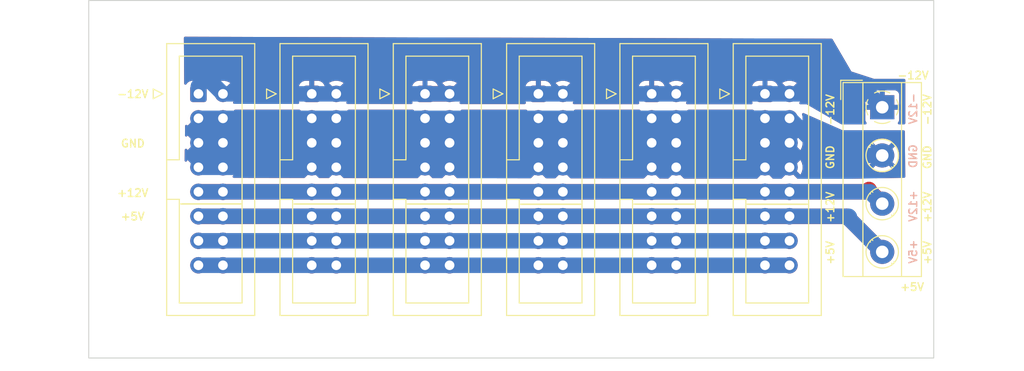
<source format=kicad_pcb>
(kicad_pcb (version 20211014) (generator pcbnew)
  (layers (0 "F.Cu" signal) (31 "B.Cu" signal) (34 "B.Paste" user) (35 "F.Paste" user) (36 "B.SilkS" user "B.Silkscreen") (37 "F.SilkS" user "F.Silkscreen") (38 "B.Mask" user) (39 "F.Mask" user) (44 "Edge.Cuts" user))
  (net 0 "")
  (net 1 "-12V")
  (net 2 "GND")
  (net 3 "+12V")
  (net 4 "+5V")
  (net 5 "Net-(J2-Pad15)")
  (net 6 "Net-(J2-Pad13)")
  (footprint "Connector_IDC:IDC-Header_2x08_P2.54mm_Vertical" (layer "F.Cu") (at 40.6752 63.9904)
    (fp_text reference "J4" hide)
    (fp_text value "Conn_02x08_Odd_Even")
    (fp_line (start 5.83 -5.21) (end 5.83 22.99) (layer "F.SilkS") (width 0.12))
    (fp_line (start -1.98 6.84) (end -1.98 -3.91) (layer "F.SilkS") (width 0.12))
    (fp_line (start -4.68 -0.5) (end -4.68 0.5) (layer "F.SilkS") (width 0.12))
    (fp_line (start -3.29 -5.21) (end 5.83 -5.21) (layer "F.SilkS") (width 0.12))
    (fp_line (start -1.98 10.94) (end -3.29 10.94) (layer "F.SilkS") (width 0.12))
    (fp_line (start 5.83 22.99) (end -3.29 22.99) (layer "F.SilkS") (width 0.12))
    (fp_line (start 4.52 -3.91) (end 4.52 21.69) (layer "F.SilkS") (width 0.12))
    (fp_line (start -3.29 6.84) (end -1.98 6.84) (layer "F.SilkS") (width 0.12))
    (fp_line (start -1.98 -3.91) (end 4.52 -3.91) (layer "F.SilkS") (width 0.12))
    (fp_line (start -3.29 22.99) (end -3.29 -5.21) (layer "F.SilkS") (width 0.12))
    (fp_line (start -4.68 0.5) (end -3.68 0) (layer "F.SilkS") (width 0.12))
    (fp_line (start -1.98 21.69) (end -1.98 10.94) (layer "F.SilkS") (width 0.12))
    (fp_line (start -3.68 0) (end -4.68 -0.5) (layer "F.SilkS") (width 0.12))
    (fp_line (start 4.52 21.69) (end -1.98 21.69) (layer "F.SilkS") (width 0.12))
    (fp_line (start -1.98 10.94) (end -1.98 10.94) (layer "F.SilkS") (width 0.12))
    (pad "1" thru_hole roundrect (at 0 0) (size 1.7 1.7) (drill 1) (layers *.Cu *.Mask) (roundrect_rratio 0.147059) (net 1 "-12V"))
    (pad "2" thru_hole circle (at 2.54 0) (size 1.7 1.7) (drill 1) (layers *.Cu *.Mask) (net 1 "-12V"))
    (pad "3" thru_hole circle (at 0 2.54) (size 1.7 1.7) (drill 1) (layers *.Cu *.Mask) (net 2 "GND"))
    (pad "4" thru_hole circle (at 2.54 2.54) (size 1.7 1.7) (drill 1) (layers *.Cu *.Mask) (net 2 "GND"))
    (pad "5" thru_hole circle (at 0 5.08) (size 1.7 1.7) (drill 1) (layers *.Cu *.Mask) (net 2 "GND"))
    (pad "6" thru_hole circle (at 2.54 5.08) (size 1.7 1.7) (drill 1) (layers *.Cu *.Mask) (net 2 "GND"))
    (pad "7" thru_hole circle (at 0 7.62) (size 1.7 1.7) (drill 1) (layers *.Cu *.Mask) (net 2 "GND"))
    (pad "8" thru_hole circle (at 2.54 7.62) (size 1.7 1.7) (drill 1) (layers *.Cu *.Mask) (net 2 "GND"))
    (pad "9" thru_hole circle (at 0 10.16) (size 1.7 1.7) (drill 1) (layers *.Cu *.Mask) (net 3 "+12V"))
    (pad "10" thru_hole circle (at 2.54 10.16) (size 1.7 1.7) (drill 1) (layers *.Cu *.Mask) (net 3 "+12V"))
    (pad "11" thru_hole circle (at 0 12.7) (size 1.7 1.7) (drill 1) (layers *.Cu *.Mask) (net 4 "+5V"))
    (pad "12" thru_hole circle (at 2.54 12.7) (size 1.7 1.7) (drill 1) (layers *.Cu *.Mask) (net 4 "+5V"))
    (pad "13" thru_hole circle (at 0 15.24) (size 1.7 1.7) (drill 1) (layers *.Cu *.Mask) (net 6 "Net-(J2-Pad13)"))
    (pad "14" thru_hole circle (at 2.54 15.24) (size 1.7 1.7) (drill 1) (layers *.Cu *.Mask) (net 6 "Net-(J2-Pad13)"))
    (pad "15" thru_hole circle (at 0 17.78) (size 1.7 1.7) (drill 1) (layers *.Cu *.Mask) (net 5 "Net-(J2-Pad15)"))
    (pad "16" thru_hole circle (at 2.54 17.78) (size 1.7 1.7) (drill 1) (layers *.Cu *.Mask) (net 5 "Net-(J2-Pad15)"))
  )
  (footprint "Library:MountingHole_3.2mm_M3_NoCourt" (layer "F.Cu") (at 32.96 87.73)
    (fp_text reference "REF**" hide)
    (fp_text value "MountingHole_3.2mm_M3_NoCourt")
    (pad "" np_thru_hole circle (at 0 0) (size 3.2 3.2) (drill 3.2) (layers *.Cu *.Mask))
  )
  (footprint "Connector_IDC:IDC-Header_2x08_P2.54mm_Vertical" (layer "F.Cu") (at 75.88692 63.9904)
    (fp_text reference "J6" hide)
    (fp_text value "Conn_02x08_Odd_Even")
    (fp_line (start -4.68 0.5) (end -3.68 0) (layer "F.SilkS") (width 0.12))
    (fp_line (start 4.52 -3.91) (end 4.52 21.69) (layer "F.SilkS") (width 0.12))
    (fp_line (start -1.98 21.69) (end -1.98 10.94) (layer "F.SilkS") (width 0.12))
    (fp_line (start -1.98 10.94) (end -3.29 10.94) (layer "F.SilkS") (width 0.12))
    (fp_line (start -3.29 -5.21) (end 5.83 -5.21) (layer "F.SilkS") (width 0.12))
    (fp_line (start -3.29 22.99) (end -3.29 -5.21) (layer "F.SilkS") (width 0.12))
    (fp_line (start -3.29 6.84) (end -1.98 6.84) (layer "F.SilkS") (width 0.12))
    (fp_line (start -1.98 -3.91) (end 4.52 -3.91) (layer "F.SilkS") (width 0.12))
    (fp_line (start -4.68 -0.5) (end -4.68 0.5) (layer "F.SilkS") (width 0.12))
    (fp_line (start -1.98 10.94) (end -1.98 10.94) (layer "F.SilkS") (width 0.12))
    (fp_line (start 5.83 22.99) (end -3.29 22.99) (layer "F.SilkS") (width 0.12))
    (fp_line (start -3.68 0) (end -4.68 -0.5) (layer "F.SilkS") (width 0.12))
    (fp_line (start -1.98 6.84) (end -1.98 -3.91) (layer "F.SilkS") (width 0.12))
    (fp_line (start 4.52 21.69) (end -1.98 21.69) (layer "F.SilkS") (width 0.12))
    (fp_line (start 5.83 -5.21) (end 5.83 22.99) (layer "F.SilkS") (width 0.12))
    (pad "1" thru_hole roundrect (at 0 0) (size 1.7 1.7) (drill 1) (layers *.Cu *.Mask) (roundrect_rratio 0.147059) (net 1 "-12V"))
    (pad "2" thru_hole circle (at 2.54 0) (size 1.7 1.7) (drill 1) (layers *.Cu *.Mask) (net 1 "-12V"))
    (pad "3" thru_hole circle (at 0 2.54) (size 1.7 1.7) (drill 1) (layers *.Cu *.Mask) (net 2 "GND"))
    (pad "4" thru_hole circle (at 2.54 2.54) (size 1.7 1.7) (drill 1) (layers *.Cu *.Mask) (net 2 "GND"))
    (pad "5" thru_hole circle (at 0 5.08) (size 1.7 1.7) (drill 1) (layers *.Cu *.Mask) (net 2 "GND"))
    (pad "6" thru_hole circle (at 2.54 5.08) (size 1.7 1.7) (drill 1) (layers *.Cu *.Mask) (net 2 "GND"))
    (pad "7" thru_hole circle (at 0 7.62) (size 1.7 1.7) (drill 1) (layers *.Cu *.Mask) (net 2 "GND"))
    (pad "8" thru_hole circle (at 2.54 7.62) (size 1.7 1.7) (drill 1) (layers *.Cu *.Mask) (net 2 "GND"))
    (pad "9" thru_hole circle (at 0 10.16) (size 1.7 1.7) (drill 1) (layers *.Cu *.Mask) (net 3 "+12V"))
    (pad "10" thru_hole circle (at 2.54 10.16) (size 1.7 1.7) (drill 1) (layers *.Cu *.Mask) (net 3 "+12V"))
    (pad "11" thru_hole circle (at 0 12.7) (size 1.7 1.7) (drill 1) (layers *.Cu *.Mask) (net 4 "+5V"))
    (pad "12" thru_hole circle (at 2.54 12.7) (size 1.7 1.7) (drill 1) (layers *.Cu *.Mask) (net 4 "+5V"))
    (pad "13" thru_hole circle (at 0 15.24) (size 1.7 1.7) (drill 1) (layers *.Cu *.Mask) (net 6 "Net-(J2-Pad13)"))
    (pad "14" thru_hole circle (at 2.54 15.24) (size 1.7 1.7) (drill 1) (layers *.Cu *.Mask) (net 6 "Net-(J2-Pad13)"))
    (pad "15" thru_hole circle (at 0 17.78) (size 1.7 1.7) (drill 1) (layers *.Cu *.Mask) (net 5 "Net-(J2-Pad15)"))
    (pad "16" thru_hole circle (at 2.54 17.78) (size 1.7 1.7) (drill 1) (layers *.Cu *.Mask) (net 5 "Net-(J2-Pad15)"))
  )
  (footprint "Connector_IDC:IDC-Header_2x08_P2.54mm_Vertical" (layer "F.Cu") (at 99.3614 63.9904)
    (fp_text reference "J2" hide)
    (fp_text value "Conn_02x08_Odd_Even")
    (fp_line (start -1.98 -3.91) (end 4.52 -3.91) (layer "F.SilkS") (width 0.12))
    (fp_line (start -1.98 10.94) (end -3.29 10.94) (layer "F.SilkS") (width 0.12))
    (fp_line (start 4.52 -3.91) (end 4.52 21.69) (layer "F.SilkS") (width 0.12))
    (fp_line (start 5.83 -5.21) (end 5.83 22.99) (layer "F.SilkS") (width 0.12))
    (fp_line (start -3.29 22.99) (end -3.29 -5.21) (layer "F.SilkS") (width 0.12))
    (fp_line (start -1.98 21.69) (end -1.98 10.94) (layer "F.SilkS") (width 0.12))
    (fp_line (start -1.98 10.94) (end -1.98 10.94) (layer "F.SilkS") (width 0.12))
    (fp_line (start -3.29 6.84) (end -1.98 6.84) (layer "F.SilkS") (width 0.12))
    (fp_line (start 5.83 22.99) (end -3.29 22.99) (layer "F.SilkS") (width 0.12))
    (fp_line (start -3.68 0) (end -4.68 -0.5) (layer "F.SilkS") (width 0.12))
    (fp_line (start -3.29 -5.21) (end 5.83 -5.21) (layer "F.SilkS") (width 0.12))
    (fp_line (start 4.52 21.69) (end -1.98 21.69) (layer "F.SilkS") (width 0.12))
    (fp_line (start -4.68 -0.5) (end -4.68 0.5) (layer "F.SilkS") (width 0.12))
    (fp_line (start -1.98 6.84) (end -1.98 -3.91) (layer "F.SilkS") (width 0.12))
    (fp_line (start -4.68 0.5) (end -3.68 0) (layer "F.SilkS") (width 0.12))
    (pad "1" thru_hole roundrect (at 0 0) (size 1.7 1.7) (drill 1) (layers *.Cu *.Mask) (roundrect_rratio 0.147059) (net 1 "-12V"))
    (pad "2" thru_hole circle (at 2.54 0) (size 1.7 1.7) (drill 1) (layers *.Cu *.Mask) (net 1 "-12V"))
    (pad "3" thru_hole circle (at 0 2.54) (size 1.7 1.7) (drill 1) (layers *.Cu *.Mask) (net 2 "GND"))
    (pad "4" thru_hole circle (at 2.54 2.54) (size 1.7 1.7) (drill 1) (layers *.Cu *.Mask) (net 2 "GND"))
    (pad "5" thru_hole circle (at 0 5.08) (size 1.7 1.7) (drill 1) (layers *.Cu *.Mask) (net 2 "GND"))
    (pad "6" thru_hole circle (at 2.54 5.08) (size 1.7 1.7) (drill 1) (layers *.Cu *.Mask) (net 2 "GND"))
    (pad "7" thru_hole circle (at 0 7.62) (size 1.7 1.7) (drill 1) (layers *.Cu *.Mask) (net 2 "GND"))
    (pad "8" thru_hole circle (at 2.54 7.62) (size 1.7 1.7) (drill 1) (layers *.Cu *.Mask) (net 2 "GND"))
    (pad "9" thru_hole circle (at 0 10.16) (size 1.7 1.7) (drill 1) (layers *.Cu *.Mask) (net 3 "+12V"))
    (pad "10" thru_hole circle (at 2.54 10.16) (size 1.7 1.7) (drill 1) (layers *.Cu *.Mask) (net 3 "+12V"))
    (pad "11" thru_hole circle (at 0 12.7) (size 1.7 1.7) (drill 1) (layers *.Cu *.Mask) (net 4 "+5V"))
    (pad "12" thru_hole circle (at 2.54 12.7) (size 1.7 1.7) (drill 1) (layers *.Cu *.Mask) (net 4 "+5V"))
    (pad "13" thru_hole circle (at 0 15.24) (size 1.7 1.7) (drill 1) (layers *.Cu *.Mask) (net 6 "Net-(J2-Pad13)"))
    (pad "14" thru_hole circle (at 2.54 15.24) (size 1.7 1.7) (drill 1) (layers *.Cu *.Mask) (net 6 "Net-(J2-Pad13)"))
    (pad "15" thru_hole circle (at 0 17.78) (size 1.7 1.7) (drill 1) (layers *.Cu *.Mask) (net 5 "Net-(J2-Pad15)"))
    (pad "16" thru_hole circle (at 2.54 17.78) (size 1.7 1.7) (drill 1) (layers *.Cu *.Mask) (net 5 "Net-(J2-Pad15)"))
  )
  (footprint "Library:MountingHole_3.2mm_M3_NoCourt" (layer "F.Cu") (at 113.36 58.01)
    (fp_text reference "REF**" hide)
    (fp_text value "MountingHole_3.2mm_M3_NoCourt")
    (pad "" np_thru_hole circle (at 0 0) (size 3.2 3.2) (drill 3.2) (layers *.Cu *.Mask))
  )
  (footprint "Library:MountingHole_3.2mm_M3_NoCourt" (layer "F.Cu") (at 32.99 57.83)
    (fp_text reference "REF**" hide)
    (fp_text value "MountingHole_3.2mm_M3_NoCourt")
    (pad "" np_thru_hole circle (at 0 0) (size 3.2 3.2) (drill 3.2) (layers *.Cu *.Mask))
  )
  (footprint "Connector_IDC:IDC-Header_2x08_P2.54mm_Vertical" (layer "F.Cu") (at 52.41244 63.9904)
    (fp_text reference "J7" hide)
    (fp_text value "Conn_02x08_Odd_Even")
    (fp_line (start -3.68 0) (end -4.68 -0.5) (layer "F.SilkS") (width 0.12))
    (fp_line (start -4.68 0.5) (end -3.68 0) (layer "F.SilkS") (width 0.12))
    (fp_line (start -1.98 10.94) (end -1.98 10.94) (layer "F.SilkS") (width 0.12))
    (fp_line (start 4.52 21.69) (end -1.98 21.69) (layer "F.SilkS") (width 0.12))
    (fp_line (start -1.98 10.94) (end -3.29 10.94) (layer "F.SilkS") (width 0.12))
    (fp_line (start 5.83 22.99) (end -3.29 22.99) (layer "F.SilkS") (width 0.12))
    (fp_line (start 5.83 -5.21) (end 5.83 22.99) (layer "F.SilkS") (width 0.12))
    (fp_line (start -1.98 6.84) (end -1.98 -3.91) (layer "F.SilkS") (width 0.12))
    (fp_line (start -1.98 -3.91) (end 4.52 -3.91) (layer "F.SilkS") (width 0.12))
    (fp_line (start -3.29 6.84) (end -1.98 6.84) (layer "F.SilkS") (width 0.12))
    (fp_line (start -3.29 -5.21) (end 5.83 -5.21) (layer "F.SilkS") (width 0.12))
    (fp_line (start 4.52 -3.91) (end 4.52 21.69) (layer "F.SilkS") (width 0.12))
    (fp_line (start -1.98 21.69) (end -1.98 10.94) (layer "F.SilkS") (width 0.12))
    (fp_line (start -4.68 -0.5) (end -4.68 0.5) (layer "F.SilkS") (width 0.12))
    (fp_line (start -3.29 22.99) (end -3.29 -5.21) (layer "F.SilkS") (width 0.12))
    (pad "1" thru_hole roundrect (at 0 0) (size 1.7 1.7) (drill 1) (layers *.Cu *.Mask) (roundrect_rratio 0.147059) (net 1 "-12V"))
    (pad "2" thru_hole circle (at 2.54 0) (size 1.7 1.7) (drill 1) (layers *.Cu *.Mask) (net 1 "-12V"))
    (pad "3" thru_hole circle (at 0 2.54) (size 1.7 1.7) (drill 1) (layers *.Cu *.Mask) (net 2 "GND"))
    (pad "4" thru_hole circle (at 2.54 2.54) (size 1.7 1.7) (drill 1) (layers *.Cu *.Mask) (net 2 "GND"))
    (pad "5" thru_hole circle (at 0 5.08) (size 1.7 1.7) (drill 1) (layers *.Cu *.Mask) (net 2 "GND"))
    (pad "6" thru_hole circle (at 2.54 5.08) (size 1.7 1.7) (drill 1) (layers *.Cu *.Mask) (net 2 "GND"))
    (pad "7" thru_hole circle (at 0 7.62) (size 1.7 1.7) (drill 1) (layers *.Cu *.Mask) (net 2 "GND"))
    (pad "8" thru_hole circle (at 2.54 7.62) (size 1.7 1.7) (drill 1) (layers *.Cu *.Mask) (net 2 "GND"))
    (pad "9" thru_hole circle (at 0 10.16) (size 1.7 1.7) (drill 1) (layers *.Cu *.Mask) (net 3 "+12V"))
    (pad "10" thru_hole circle (at 2.54 10.16) (size 1.7 1.7) (drill 1) (layers *.Cu *.Mask) (net 3 "+12V"))
    (pad "11" thru_hole circle (at 0 12.7) (size 1.7 1.7) (drill 1) (layers *.Cu *.Mask) (net 4 "+5V"))
    (pad "12" thru_hole circle (at 2.54 12.7) (size 1.7 1.7) (drill 1) (layers *.Cu *.Mask) (net 4 "+5V"))
    (pad "13" thru_hole circle (at 0 15.24) (size 1.7 1.7) (drill 1) (layers *.Cu *.Mask) (net 6 "Net-(J2-Pad13)"))
    (pad "14" thru_hole circle (at 2.54 15.24) (size 1.7 1.7) (drill 1) (layers *.Cu *.Mask) (net 6 "Net-(J2-Pad13)"))
    (pad "15" thru_hole circle (at 0 17.78) (size 1.7 1.7) (drill 1) (layers *.Cu *.Mask) (net 5 "Net-(J2-Pad15)"))
    (pad "16" thru_hole circle (at 2.54 17.78) (size 1.7 1.7) (drill 1) (layers *.Cu *.Mask) (net 5 "Net-(J2-Pad15)"))
  )
  (footprint "TerminalBlock_MetzConnect:TerminalBlock_MetzConnect_Type055_RT01504HDWU_1x04_P5.00mm_Horizontal" (layer "F.Cu") (at 111.506 65.3804 -90)
    (fp_text reference "J1" hide)
    (fp_text value "Conn_01x04_Female")
    (fp_line (start 13.99 1.216) (end 13.931 1.274) (layer "F.SilkS") (width 0.12))
    (fp_line (start 11.275 -1.069) (end 11.181 -0.976) (layer "F.SilkS") (width 0.12))
    (fp_line (start -2.8 4.3) (end -0.8 4.3) (layer "F.SilkS") (width 0.12))
    (fp_line (start 6.275 -1.069) (end 6.181 -0.976) (layer "F.SilkS") (width 0.12))
    (fp_line (start 16.07 -1.275) (end 16.011 -1.216) (layer "F.SilkS") (width 0.12))
    (fp_line (start 13.82 0.976) (end 13.726 1.069) (layer "F.SilkS") (width 0.12))
    (fp_line (start 3.82 0.976) (end 3.726 1.069) (layer "F.SilkS") (width 0.12))
    (fp_line (start 17.561 -4.06) (end 17.561 4.06) (layer "F.SilkS") (width 0.12))
    (fp_line (start -2.56 2) (end 17.561 2) (layer "F.SilkS") (width 0.12))
    (fp_line (start -2.56 4.06) (end 17.561 4.06) (layer "F.SilkS") (width 0.12))
    (fp_line (start 8.99 1.216) (end 8.931 1.274) (layer "F.SilkS") (width 0.12))
    (fp_line (start -2.56 -4.06) (end 17.561 -4.06) (layer "F.SilkS") (width 0.12))
    (fp_line (start 16.275 -1.069) (end 16.181 -0.976) (layer "F.SilkS") (width 0.12))
    (fp_line (start 3.99 1.216) (end 3.931 1.274) (layer "F.SilkS") (width 0.12))
    (fp_line (start -2.56 -2) (end 17.561 -2) (layer "F.SilkS") (width 0.12))
    (fp_line (start 6.07 -1.275) (end 6.011 -1.216) (layer "F.SilkS") (width 0.12))
    (fp_line (start 11.07 -1.275) (end 11.011 -1.216) (layer "F.SilkS") (width 0.12))
    (fp_line (start -2.56 -4.06) (end -2.56 4.06) (layer "F.SilkS") (width 0.12))
    (fp_line (start 8.82 0.976) (end 8.726 1.069) (layer "F.SilkS") (width 0.12))
    (fp_line (start -2.8 2.06) (end -2.8 4.3) (layer "F.SilkS") (width 0.12))
    (fp_arc (start -1.483953 0.789089) (mid -1.680708 0.00005) (end -1.484 -0.789) (layer "F.SilkS") (width 0.12))
    (fp_arc (start -0.789089 -1.483953) (mid -0.00005 -1.680708) (end 0.789 -1.484) (layer "F.SilkS") (width 0.12))
    (fp_arc (start 1.483953 -0.789089) (mid 1.680708 -0.00005) (end 1.484 0.789) (layer "F.SilkS") (width 0.12))
    (fp_arc (start 0.788712 1.483352) (mid 0.406429 1.630097) (end 0 1.68) (layer "F.SilkS") (width 0.12))
    (fp_arc (start 0.029383 1.68045) (mid -0.392304 1.634281) (end -0.789 1.484) (layer "F.SilkS") (width 0.12))
    (fp_circle (center 10 0) (end 11.68 0) (layer "F.SilkS") (width 0.12) (fill none))
    (fp_circle (center 5 0) (end 6.68 0) (layer "F.SilkS") (width 0.12) (fill none))
    (fp_circle (center 15 0) (end 16.68 0) (layer "F.SilkS") (width 0.12) (fill none))
    (pad "1" thru_hole rect (at 0 0 270) (size 2.5 2.5) (drill 1.3) (layers *.Cu *.Mask) (net 1 "-12V"))
    (pad "2" thru_hole circle (at 5 0 270) (size 2.5 2.5) (drill 1.3) (layers *.Cu *.Mask) (net 2 "GND"))
    (pad "3" thru_hole circle (at 10 0 270) (size 2.5 2.5) (drill 1.3) (layers *.Cu *.Mask) (net 3 "+12V"))
    (pad "4" thru_hole circle (at 15 0 270) (size 2.5 2.5) (drill 1.3) (layers *.Cu *.Mask) (net 4 "+5V"))
  )
  (footprint "Library:MountingHole_3.2mm_M3_NoCourt" (layer "F.Cu") (at 113.33 87.72)
    (fp_text reference "REF**" hide)
    (fp_text value "MountingHole_3.2mm_M3_NoCourt")
    (pad "" np_thru_hole circle (at 0 0) (size 3.2 3.2) (drill 3.2) (layers *.Cu *.Mask))
  )
  (footprint "Connector_IDC:IDC-Header_2x08_P2.54mm_Vertical" (layer "F.Cu") (at 64.14968 63.9904)
    (fp_text reference "J5" hide)
    (fp_text value "Conn_02x08_Odd_Even")
    (fp_line (start 4.52 21.69) (end -1.98 21.69) (layer "F.SilkS") (width 0.12))
    (fp_line (start -1.98 -3.91) (end 4.52 -3.91) (layer "F.SilkS") (width 0.12))
    (fp_line (start -1.98 21.69) (end -1.98 10.94) (layer "F.SilkS") (width 0.12))
    (fp_line (start -4.68 -0.5) (end -4.68 0.5) (layer "F.SilkS") (width 0.12))
    (fp_line (start -1.98 6.84) (end -1.98 -3.91) (layer "F.SilkS") (width 0.12))
    (fp_line (start -1.98 10.94) (end -1.98 10.94) (layer "F.SilkS") (width 0.12))
    (fp_line (start -3.29 6.84) (end -1.98 6.84) (layer "F.SilkS") (width 0.12))
    (fp_line (start -3.68 0) (end -4.68 -0.5) (layer "F.SilkS") (width 0.12))
    (fp_line (start 5.83 22.99) (end -3.29 22.99) (layer "F.SilkS") (width 0.12))
    (fp_line (start -3.29 22.99) (end -3.29 -5.21) (layer "F.SilkS") (width 0.12))
    (fp_line (start -1.98 10.94) (end -3.29 10.94) (layer "F.SilkS") (width 0.12))
    (fp_line (start 5.83 -5.21) (end 5.83 22.99) (layer "F.SilkS") (width 0.12))
    (fp_line (start 4.52 -3.91) (end 4.52 21.69) (layer "F.SilkS") (width 0.12))
    (fp_line (start -3.29 -5.21) (end 5.83 -5.21) (layer "F.SilkS") (width 0.12))
    (fp_line (start -4.68 0.5) (end -3.68 0) (layer "F.SilkS") (width 0.12))
    (pad "1" thru_hole roundrect (at 0 0) (size 1.7 1.7) (drill 1) (layers *.Cu *.Mask) (roundrect_rratio 0.147059) (net 1 "-12V"))
    (pad "2" thru_hole circle (at 2.54 0) (size 1.7 1.7) (drill 1) (layers *.Cu *.Mask) (net 1 "-12V"))
    (pad "3" thru_hole circle (at 0 2.54) (size 1.7 1.7) (drill 1) (layers *.Cu *.Mask) (net 2 "GND"))
    (pad "4" thru_hole circle (at 2.54 2.54) (size 1.7 1.7) (drill 1) (layers *.Cu *.Mask) (net 2 "GND"))
    (pad "5" thru_hole circle (at 0 5.08) (size 1.7 1.7) (drill 1) (layers *.Cu *.Mask) (net 2 "GND"))
    (pad "6" thru_hole circle (at 2.54 5.08) (size 1.7 1.7) (drill 1) (layers *.Cu *.Mask) (net 2 "GND"))
    (pad "7" thru_hole circle (at 0 7.62) (size 1.7 1.7) (drill 1) (layers *.Cu *.Mask) (net 2 "GND"))
    (pad "8" thru_hole circle (at 2.54 7.62) (size 1.7 1.7) (drill 1) (layers *.Cu *.Mask) (net 2 "GND"))
    (pad "9" thru_hole circle (at 0 10.16) (size 1.7 1.7) (drill 1) (layers *.Cu *.Mask) (net 3 "+12V"))
    (pad "10" thru_hole circle (at 2.54 10.16) (size 1.7 1.7) (drill 1) (layers *.Cu *.Mask) (net 3 "+12V"))
    (pad "11" thru_hole circle (at 0 12.7) (size 1.7 1.7) (drill 1) (layers *.Cu *.Mask) (net 4 "+5V"))
    (pad "12" thru_hole circle (at 2.54 12.7) (size 1.7 1.7) (drill 1) (layers *.Cu *.Mask) (net 4 "+5V"))
    (pad "13" thru_hole circle (at 0 15.24) (size 1.7 1.7) (drill 1) (layers *.Cu *.Mask) (net 6 "Net-(J2-Pad13)"))
    (pad "14" thru_hole circle (at 2.54 15.24) (size 1.7 1.7) (drill 1) (layers *.Cu *.Mask) (net 6 "Net-(J2-Pad13)"))
    (pad "15" thru_hole circle (at 0 17.78) (size 1.7 1.7) (drill 1) (layers *.Cu *.Mask) (net 5 "Net-(J2-Pad15)"))
    (pad "16" thru_hole circle (at 2.54 17.78) (size 1.7 1.7) (drill 1) (layers *.Cu *.Mask) (net 5 "Net-(J2-Pad15)"))
  )
  (footprint "Connector_IDC:IDC-Header_2x08_P2.54mm_Vertical" (layer "F.Cu") (at 87.62416 63.9904)
    (fp_text reference "J3" hide)
    (fp_text value "Conn_02x08_Odd_Even")
    (fp_line (start -3.29 -5.21) (end 5.83 -5.21) (layer "F.SilkS") (width 0.12))
    (fp_line (start 5.83 -5.21) (end 5.83 22.99) (layer "F.SilkS") (width 0.12))
    (fp_line (start -1.98 21.69) (end -1.98 10.94) (layer "F.SilkS") (width 0.12))
    (fp_line (start 4.52 21.69) (end -1.98 21.69) (layer "F.SilkS") (width 0.12))
    (fp_line (start 4.52 -3.91) (end 4.52 21.69) (layer "F.SilkS") (width 0.12))
    (fp_line (start -1.98 10.94) (end -3.29 10.94) (layer "F.SilkS") (width 0.12))
    (fp_line (start -3.29 22.99) (end -3.29 -5.21) (layer "F.SilkS") (width 0.12))
    (fp_line (start -1.98 -3.91) (end 4.52 -3.91) (layer "F.SilkS") (width 0.12))
    (fp_line (start -3.29 6.84) (end -1.98 6.84) (layer "F.SilkS") (width 0.12))
    (fp_line (start -4.68 0.5) (end -3.68 0) (layer "F.SilkS") (width 0.12))
    (fp_line (start -1.98 6.84) (end -1.98 -3.91) (layer "F.SilkS") (width 0.12))
    (fp_line (start 5.83 22.99) (end -3.29 22.99) (layer "F.SilkS") (width 0.12))
    (fp_line (start -3.68 0) (end -4.68 -0.5) (layer "F.SilkS") (width 0.12))
    (fp_line (start -4.68 -0.5) (end -4.68 0.5) (layer "F.SilkS") (width 0.12))
    (fp_line (start -1.98 10.94) (end -1.98 10.94) (layer "F.SilkS") (width 0.12))
    (pad "1" thru_hole roundrect (at 0 0) (size 1.7 1.7) (drill 1) (layers *.Cu *.Mask) (roundrect_rratio 0.147059) (net 1 "-12V"))
    (pad "2" thru_hole circle (at 2.54 0) (size 1.7 1.7) (drill 1) (layers *.Cu *.Mask) (net 1 "-12V"))
    (pad "3" thru_hole circle (at 0 2.54) (size 1.7 1.7) (drill 1) (layers *.Cu *.Mask) (net 2 "GND"))
    (pad "4" thru_hole circle (at 2.54 2.54) (size 1.7 1.7) (drill 1) (layers *.Cu *.Mask) (net 2 "GND"))
    (pad "5" thru_hole circle (at 0 5.08) (size 1.7 1.7) (drill 1) (layers *.Cu *.Mask) (net 2 "GND"))
    (pad "6" thru_hole circle (at 2.54 5.08) (size 1.7 1.7) (drill 1) (layers *.Cu *.Mask) (net 2 "GND"))
    (pad "7" thru_hole circle (at 0 7.62) (size 1.7 1.7) (drill 1) (layers *.Cu *.Mask) (net 2 "GND"))
    (pad "8" thru_hole circle (at 2.54 7.62) (size 1.7 1.7) (drill 1) (layers *.Cu *.Mask) (net 2 "GND"))
    (pad "9" thru_hole circle (at 0 10.16) (size 1.7 1.7) (drill 1) (layers *.Cu *.Mask) (net 3 "+12V"))
    (pad "10" thru_hole circle (at 2.54 10.16) (size 1.7 1.7) (drill 1) (layers *.Cu *.Mask) (net 3 "+12V"))
    (pad "11" thru_hole circle (at 0 12.7) (size 1.7 1.7) (drill 1) (layers *.Cu *.Mask) (net 4 "+5V"))
    (pad "12" thru_hole circle (at 2.54 12.7) (size 1.7 1.7) (drill 1) (layers *.Cu *.Mask) (net 4 "+5V"))
    (pad "13" thru_hole circle (at 0 15.24) (size 1.7 1.7) (drill 1) (layers *.Cu *.Mask) (net 6 "Net-(J2-Pad13)"))
    (pad "14" thru_hole circle (at 2.54 15.24) (size 1.7 1.7) (drill 1) (layers *.Cu *.Mask) (net 6 "Net-(J2-Pad13)"))
    (pad "15" thru_hole circle (at 0 17.78) (size 1.7 1.7) (drill 1) (layers *.Cu *.Mask) (net 5 "Net-(J2-Pad15)"))
    (pad "16" thru_hole circle (at 2.54 17.78) (size 1.7 1.7) (drill 1) (layers *.Cu *.Mask) (net 5 "Net-(J2-Pad15)"))
  )
  (gr_line (start 38.862 75.406542) (end 45.0596 75.406542) (layer "F.SilkS") (width 0.15))
  (gr_line (start 97.536 75.438) (end 103.7336 75.438) (layer "F.SilkS") (width 0.15))
  (gr_line (start 85.8012 75.429031) (end 91.9988 75.429031) (layer "F.SilkS") (width 0.15))
  (gr_line (start 50.5968 75.413525) (end 56.7944 75.413525) (layer "F.SilkS") (width 0.15))
  (gr_line (start 74.0664 75.438) (end 80.264 75.438) (layer "F.SilkS") (width 0.15))
  (gr_line (start 62.3316 75.417563) (end 68.5292 75.417563) (layer "F.SilkS") (width 0.15))
  (gr_rect (start 116.84 54.3052) (end 29.3116 91.3892) (layer "Edge.Cuts") (width 0.1) (fill none))
  (gr_text "-12V" (at 114.7064 65.532 90) (layer "B.SilkS") (effects (font (size 0.8 0.8)) (justify mirror)))
  (gr_text "+5V" (at 114.705544 80.3656 90) (layer "B.SilkS") (effects (font (size 0.8 0.8)) (justify mirror)))
  (gr_text "GND" (at 114.705544 70.4596 90) (layer "B.SilkS") (effects (font (size 0.8 0.8)) (justify mirror)))
  (gr_text "+12V" (at 114.7064 75.6412 90) (layer "B.SilkS") (effects (font (size 0.8 0.8)) (justify mirror)))
  (gr_text "+12V" (at 33.877435 74.2696) (layer "F.SilkS") (effects (font (size 0.8 0.8))))
  (gr_text "+5V" (at 116.178744 80.4672 90) (layer "F.SilkS") (effects (font (size 0.8 0.8))))
  (gr_text "+12V" (at 116.1796 75.7428 90) (layer "F.SilkS") (effects (font (size 0.8 0.8))))
  (gr_text "-12V" (at 116.1796 65.6336 90) (layer "F.SilkS") (effects (font (size 0.8 0.8))))
  (gr_text "GND" (at 106.120344 70.5612 90) (layer "F.SilkS") (effects (font (size 0.8 0.8))))
  (gr_text "+5V" (at 106.120344 80.4672 90) (layer "F.SilkS") (effects (font (size 0.8 0.8))))
  (gr_text "-12V" (at 114.7064 62.0776) (layer "F.SilkS") (effects (font (size 0.8 0.8))))
  (gr_text "+5V" (at 114.6048 84.022344) (layer "F.SilkS") (effects (font (size 0.8 0.8))))
  (gr_text "-12V" (at 33.8836 64.008) (layer "F.SilkS") (effects (font (size 0.8 0.8))))
  (gr_text "GND" (at 33.8836 69.1388) (layer "F.SilkS") (effects (font (size 0.8 0.8))))
  (gr_text "GND" (at 116.178744 70.5612 90) (layer "F.SilkS") (effects (font (size 0.8 0.8))))
  (gr_text "+5V" (at 33.86854 76.708) (layer "F.SilkS") (effects (font (size 0.8 0.8))))
  (gr_text "-12V" (at 106.1212 65.6336 90) (layer "F.SilkS") (effects (font (size 0.8 0.8))))
  (gr_text "+12V" (at 106.1212 75.7428 90) (layer "F.SilkS") (effects (font (size 0.8 0.8))))
  (segment (start 64.14968 63.9904) (end 67.0736 63.9904) (width 1.6) (layer "F.Cu") (net 1))
  (segment (start 87.62416 63.9904) (end 78.42692 63.9904) (width 1.6) (layer "B.Cu") (net 1))
  (segment (start 42.0116 61.8744) (end 42.0116 62.7868) (width 1.6) (layer "B.Cu") (net 1))
  (segment (start 54.95244 63.9904) (end 52.41244 63.9904) (width 1.6) (layer "B.Cu") (net 1))
  (segment (start 66.68968 63.9904) (end 64.14968 63.9904) (width 1.6) (layer "B.Cu") (net 1))
  (segment (start 42.0116 62.7868) (end 43.2152 63.9904) (width 1.6) (layer "B.Cu") (net 1))
  (segment (start 78.42692 63.9904) (end 75.88692 63.9904) (width 1.6) (layer "B.Cu") (net 1))
  (segment (start 90.16416 63.9904) (end 87.62416 63.9904) (width 1.6) (layer "B.Cu") (net 1))
  (segment (start 111.506 65.3796) (end 110.1168 63.9904) (width 1.6) (layer "B.Cu") (net 1))
  (segment (start 101.9014 63.9904) (end 99.3614 63.9904) (width 1.6) (layer "B.Cu") (net 1))
  (segment (start 64.14968 63.9904) (end 54.95244 63.9904) (width 1.6) (layer "B.Cu") (net 1))
  (segment (start 40.6752 63.9904) (end 40.6752 63.2108) (width 1.6) (layer "B.Cu") (net 1))
  (segment (start 75.88692 63.9904) (end 66.68968 63.9904) (width 1.6) (layer "B.Cu") (net 1))
  (segment (start 111.506 65.3804) (end 111.506 65.3796) (width 1.6) (layer "B.Cu") (net 1))
  (segment (start 99.3614 63.9904) (end 90.16416 63.9904) (width 1.6) (layer "B.Cu") (net 1))
  (segment (start 110.1168 63.9904) (end 101.9014 63.9904) (width 1.6) (layer "B.Cu") (net 1))
  (segment (start 52.41244 63.9904) (end 43.2152 63.9904) (width 1.6) (layer "B.Cu") (net 1))
  (segment (start 40.6752 63.2108) (end 42.0116 61.8744) (width 1.6) (layer "B.Cu") (net 1))
  (segment (start 90.16416 69.0704) (end 99.3614 69.0704) (width 1.6) (layer "B.Cu") (net 2))
  (segment (start 105.7514 70.3804) (end 101.9014 66.5304) (width 1.6) (layer "B.Cu") (net 2))
  (segment (start 87.62416 69.0704) (end 90.16416 69.0704) (width 1.6) (layer "B.Cu") (net 2))
  (segment (start 99.3614 66.5304) (end 40.6752 66.5304) (width 1.6) (layer "B.Cu") (net 2))
  (segment (start 90.16416 66.5304) (end 87.62416 66.5304) (width 1.6) (layer "B.Cu") (net 2))
  (segment (start 90.16416 71.6104) (end 90.16416 66.5304) (width 1.6) (layer "B.Cu") (net 2))
  (segment (start 64.14968 66.5304) (end 64.14968 71.6104) (width 1.6) (layer "B.Cu") (net 2))
  (segment (start 66.68968 66.5304) (end 66.68968 71.6104) (width 1.6) (layer "B.Cu") (net 2))
  (segment (start 99.3614 71.6104) (end 101.9014 71.6104) (width 1.6) (layer "B.Cu") (net 2))
  (segment (start 87.62416 66.5304) (end 87.62416 71.6104) (width 1.6) (layer "B.Cu") (net 2))
  (segment (start 90.16416 71.6104) (end 99.3614 71.6104) (width 1.6) (layer "B.Cu") (net 2))
  (segment (start 40.6752 69.0704) (end 101.9014 69.0704) (width 1.6) (layer "B.Cu") (net 2))
  (segment (start 111.506 70.3804) (end 105.7514 70.3804) (width 1.6) (layer "B.Cu") (net 2))
  (segment (start 99.3614 66.5304) (end 99.3614 71.6104) (width 1.6) (layer "B.Cu") (net 2))
  (segment (start 52.41244 66.5304) (end 52.41244 71.6104) (width 1.6) (layer "B.Cu") (net 2))
  (segment (start 78.42692 66.5304) (end 78.42692 71.6104) (width 1.6) (layer "B.Cu") (net 2))
  (segment (start 43.2152 66.5304) (end 43.2152 71.6104) (width 1.6) (layer "B.Cu") (net 2))
  (segment (start 101.9014 66.5304) (end 99.3614 66.5304) (width 1.6) (layer "B.Cu") (net 2))
  (segment (start 101.9014 71.6104) (end 40.6752 71.6104) (width 1.6) (layer "B.Cu") (net 2))
  (segment (start 101.9014 71.6104) (end 101.9014 66.5304) (width 1.6) (layer "B.Cu") (net 2))
  (segment (start 87.62416 71.6104) (end 90.16416 71.6104) (width 1.6) (layer "B.Cu") (net 2))
  (segment (start 75.88692 66.5304) (end 75.88692 71.6104) (width 1.6) (layer "B.Cu") (net 2))
  (segment (start 99.3614 66.5304) (end 90.16416 66.5304) (width 1.6) (layer "B.Cu") (net 2))
  (segment (start 54.95244 66.5304) (end 54.95244 71.6104) (width 1.6) (layer "B.Cu") (net 2))
  (segment (start 101.9014 69.0704) (end 99.3614 69.0704) (width 1.6) (layer "B.Cu") (net 2))
  (segment (start 40.6752 66.5304) (end 40.6752 71.6104) (width 1.6) (layer "B.Cu") (net 2))
  (segment (start 111.506 75.3804) (end 110.1344 74.0088) (width 1.6) (layer "F.Cu") (net 3))
  (segment (start 101.9014 74.1504) (end 40.6752 74.1504) (width 1.6) (layer "F.Cu") (net 3))
  (segment (start 109.898 74.1504) (end 101.9014 74.1504) (width 1.6) (layer "F.Cu") (net 3))
  (segment (start 110.1344 74.0088) (end 110.1344 73.914) (width 1.6) (layer "F.Cu") (net 3))
  (segment (start 110.1344 73.914) (end 109.898 74.1504) (width 1.6) (layer "F.Cu") (net 3))
  (segment (start 110.2184 74.1504) (end 40.6752 74.1504) (width 1.6) (layer "B.Cu") (net 3))
  (segment (start 111.506 75.3804) (end 111.4484 75.3804) (width 1.6) (layer "B.Cu") (net 3))
  (segment (start 111.4484 75.3804) (end 110.2184 74.1504) (width 1.6) (layer "B.Cu") (net 3))
  (segment (start 101.9014 76.6904) (end 107.816 76.6904) (width 1.6) (layer "F.Cu") (net 4))
  (segment (start 40.6752 76.6904) (end 101.9014 76.6904) (width 1.6) (layer "F.Cu") (net 4))
  (segment (start 107.816 76.6904) (end 111.506 80.3804) (width 1.6) (layer "F.Cu") (net 4))
  (segment (start 111.506 80.3804) (end 108.1024 76.9768) (width 1.6) (layer "B.Cu") (net 4))
  (segment (start 108.1024 76.9768) (end 108.1024 76.7588) (width 1.6) (layer "B.Cu") (net 4))
  (segment (start 108.034 76.6904) (end 40.6752 76.6904) (width 1.6) (layer "B.Cu") (net 4))
  (segment (start 108.1024 76.7588) (end 108.034 76.6904) (width 1.6) (layer "B.Cu") (net 4))
  (segment (start 52.41244 81.7704) (end 54.95244 81.7704) (width 1.6) (layer "B.Cu") (net 5))
  (segment (start 54.95244 81.7704) (end 64.14968 81.7704) (width 1.6) (layer "B.Cu") (net 5))
  (segment (start 99.3614 81.7704) (end 101.9014 81.7704) (width 1.6) (layer "B.Cu") (net 5))
  (segment (start 40.6752 81.7704) (end 43.2152 81.7704) (width 1.6) (layer "B.Cu") (net 5))
  (segment (start 87.62416 81.7704) (end 90.16416 81.7704) (width 1.6) (layer "B.Cu") (net 5))
  (segment (start 43.2152 81.7704) (end 52.41244 81.7704) (width 1.6) (layer "B.Cu") (net 5))
  (segment (start 75.88692 81.7704) (end 78.42692 81.7704) (width 1.6) (layer "B.Cu") (net 5))
  (segment (start 90.16416 81.7704) (end 99.3614 81.7704) (width 1.6) (layer "B.Cu") (net 5))
  (segment (start 66.68968 81.7704) (end 75.88692 81.7704) (width 1.6) (layer "B.Cu") (net 5))
  (segment (start 78.42692 81.7704) (end 87.62416 81.7704) (width 1.6) (layer "B.Cu") (net 5))
  (segment (start 64.14968 81.7704) (end 66.68968 81.7704) (width 1.6) (layer "B.Cu") (net 5))
  (segment (start 78.42692 79.2304) (end 75.88692 79.2304) (width 1.6) (layer "B.Cu") (net 6))
  (segment (start 78.42692 79.2304) (end 87.62416 79.2304) (width 1.6) (layer "B.Cu") (net 6))
  (segment (start 90.16416 79.2304) (end 87.62416 79.2304) (width 1.6) (layer "B.Cu") (net 6))
  (segment (start 66.68968 79.2304) (end 64.14968 79.2304) (width 1.6) (layer "B.Cu") (net 6))
  (segment (start 54.95244 79.2304) (end 52.41244 79.2304) (width 1.6) (layer "B.Cu") (net 6))
  (segment (start 52.41244 79.2304) (end 43.2152 79.2304) (width 1.6) (layer "B.Cu") (net 6))
  (segment (start 66.68968 79.2304) (end 75.88692 79.2304) (width 1.6) (layer "B.Cu") (net 6))
  (segment (start 99.3614 79.2304) (end 90.16416 79.2304) (width 1.6) (layer "B.Cu") (net 6))
  (segment (start 54.95244 79.2304) (end 64.14968 79.2304) (width 1.6) (layer "B.Cu") (net 6))
  (segment (start 43.2152 79.2304) (end 40.6752 79.2304) (width 1.6) (layer "B.Cu") (net 6))
  (segment (start 101.9014 79.2304) (end 99.3614 79.2304) (width 1.6) (layer "B.Cu") (net 6))
  (zone (net 1) (net_name "-12V") (layers F&B.Cu) (connect_pads (clearance 0.508)) (min_thickness 0.254) (fill yes (thermal_gap 0.508) (thermal_bridge_width 0.508))
    (polygon (pts (xy 106.3244 58.2676) (xy 108.3056 61.6712) (xy 110.6424 62.4332) (xy 113.8936 62.4332) (xy 113.8936 67.1576) (xy 107.2896 67.1576) (xy 103.6828 65.0748) (xy 39.2176 65.024) (xy 39.1668 58.0644)))
  )
  (zone (net 2) (net_name "GND") (layers F&B.Cu) (connect_pads (clearance 0.508)) (min_thickness 0.254) (fill yes (thermal_gap 0.508) (thermal_bridge_width 0.508))
    (polygon (pts (xy 107.3912 67.7672) (xy 113.8428 67.7672) (xy 113.8936 72.6948) (xy 108.204 72.7964) (xy 102.616 72.7964) (xy 39.2176 72.6948) (xy 39.3192 65.6336) (xy 102.5652 65.6336)))
  )
)
</source>
